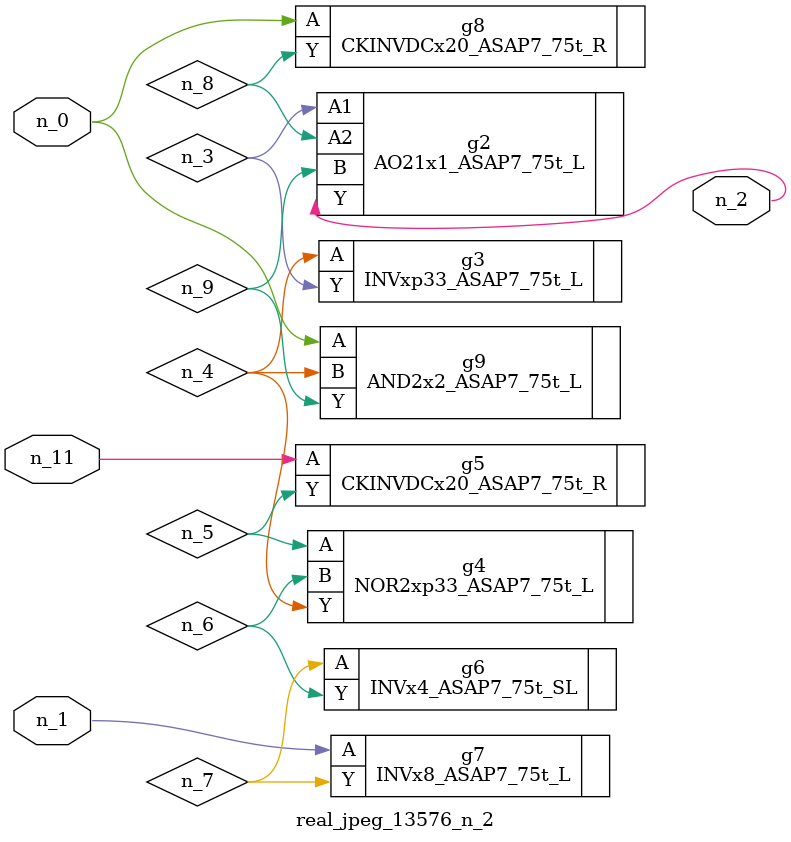
<source format=v>
module real_jpeg_13576_n_2 (n_1, n_11, n_0, n_2);

input n_1;
input n_11;
input n_0;

output n_2;

wire n_5;
wire n_8;
wire n_4;
wire n_6;
wire n_7;
wire n_3;
wire n_9;

CKINVDCx20_ASAP7_75t_R g8 ( 
.A(n_0),
.Y(n_8)
);

AND2x2_ASAP7_75t_L g9 ( 
.A(n_0),
.B(n_4),
.Y(n_9)
);

INVx8_ASAP7_75t_L g7 ( 
.A(n_1),
.Y(n_7)
);

AO21x1_ASAP7_75t_L g2 ( 
.A1(n_3),
.A2(n_8),
.B(n_9),
.Y(n_2)
);

INVxp33_ASAP7_75t_L g3 ( 
.A(n_4),
.Y(n_3)
);

NOR2xp33_ASAP7_75t_L g4 ( 
.A(n_5),
.B(n_6),
.Y(n_4)
);

INVx4_ASAP7_75t_SL g6 ( 
.A(n_7),
.Y(n_6)
);

CKINVDCx20_ASAP7_75t_R g5 ( 
.A(n_11),
.Y(n_5)
);


endmodule
</source>
